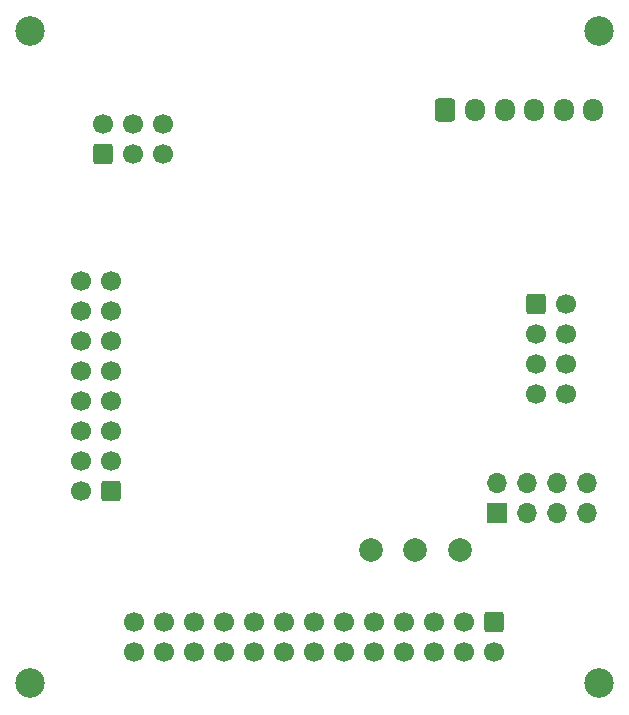
<source format=gbr>
%TF.GenerationSoftware,KiCad,Pcbnew,9.0.0*%
%TF.CreationDate,2025-03-07T07:18:05+07:00*%
%TF.ProjectId,MCU,4d43552e-6b69-4636-9164-5f7063625858,rev?*%
%TF.SameCoordinates,Original*%
%TF.FileFunction,Soldermask,Bot*%
%TF.FilePolarity,Negative*%
%FSLAX46Y46*%
G04 Gerber Fmt 4.6, Leading zero omitted, Abs format (unit mm)*
G04 Created by KiCad (PCBNEW 9.0.0) date 2025-03-07 07:18:05*
%MOMM*%
%LPD*%
G01*
G04 APERTURE LIST*
G04 Aperture macros list*
%AMRoundRect*
0 Rectangle with rounded corners*
0 $1 Rounding radius*
0 $2 $3 $4 $5 $6 $7 $8 $9 X,Y pos of 4 corners*
0 Add a 4 corners polygon primitive as box body*
4,1,4,$2,$3,$4,$5,$6,$7,$8,$9,$2,$3,0*
0 Add four circle primitives for the rounded corners*
1,1,$1+$1,$2,$3*
1,1,$1+$1,$4,$5*
1,1,$1+$1,$6,$7*
1,1,$1+$1,$8,$9*
0 Add four rect primitives between the rounded corners*
20,1,$1+$1,$2,$3,$4,$5,0*
20,1,$1+$1,$4,$5,$6,$7,0*
20,1,$1+$1,$6,$7,$8,$9,0*
20,1,$1+$1,$8,$9,$2,$3,0*%
G04 Aperture macros list end*
%ADD10RoundRect,0.250000X-0.600000X-0.600000X0.600000X-0.600000X0.600000X0.600000X-0.600000X0.600000X0*%
%ADD11C,1.700000*%
%ADD12C,2.500000*%
%ADD13RoundRect,0.250000X0.600000X0.600000X-0.600000X0.600000X-0.600000X-0.600000X0.600000X-0.600000X0*%
%ADD14R,1.700000X1.700000*%
%ADD15O,1.700000X1.700000*%
%ADD16RoundRect,0.250000X-0.600000X-0.725000X0.600000X-0.725000X0.600000X0.725000X-0.600000X0.725000X0*%
%ADD17O,1.700000X1.950000*%
%ADD18RoundRect,0.250000X-0.600000X0.600000X-0.600000X-0.600000X0.600000X-0.600000X0.600000X0.600000X0*%
%ADD19RoundRect,0.250000X0.600000X-0.600000X0.600000X0.600000X-0.600000X0.600000X-0.600000X-0.600000X0*%
%ADD20C,2.000000*%
G04 APERTURE END LIST*
D10*
%TO.C,J4*%
X146330000Y-85500000D03*
D11*
X148870000Y-85500000D03*
X146330000Y-88040000D03*
X148870000Y-88040000D03*
X146330000Y-90580000D03*
X148870000Y-90580000D03*
X146330000Y-93120000D03*
X148870000Y-93120000D03*
%TD*%
D12*
%TO.C,H2*%
X151700000Y-117600000D03*
%TD*%
%TO.C,H1*%
X103500000Y-117600000D03*
%TD*%
D13*
%TO.C,J7*%
X110360000Y-101350000D03*
D11*
X107820000Y-101350000D03*
X110360000Y-98810000D03*
X107820000Y-98810000D03*
X110360000Y-96270000D03*
X107820000Y-96270000D03*
X110360000Y-93730000D03*
X107820000Y-93730000D03*
X110360000Y-91190000D03*
X107820000Y-91190000D03*
X110360000Y-88650000D03*
X107820000Y-88650000D03*
X110360000Y-86110000D03*
X107820000Y-86110000D03*
X110360000Y-83570000D03*
X107820000Y-83570000D03*
%TD*%
D12*
%TO.C,H4*%
X103500000Y-62400000D03*
%TD*%
D14*
%TO.C,J1*%
X143025000Y-103215000D03*
D15*
X143025000Y-100675000D03*
X145565000Y-103215000D03*
X145565000Y-100675000D03*
X148105000Y-103215000D03*
X148105000Y-100675000D03*
X150645000Y-103215000D03*
X150645000Y-100675000D03*
%TD*%
D16*
%TO.C,J2*%
X138700000Y-69070000D03*
D17*
X141200000Y-69070000D03*
X143700000Y-69070000D03*
X146200000Y-69070000D03*
X148700000Y-69070000D03*
X151200000Y-69070000D03*
%TD*%
D18*
%TO.C,J5*%
X142840000Y-112400000D03*
D11*
X142840000Y-114940000D03*
X140300000Y-112400000D03*
X140300000Y-114940000D03*
X137760000Y-112400000D03*
X137760000Y-114940000D03*
X135220000Y-112400000D03*
X135220000Y-114940000D03*
X132680000Y-112400000D03*
X132680000Y-114940000D03*
X130140000Y-112400000D03*
X130140000Y-114940000D03*
X127600000Y-112400000D03*
X127600000Y-114940000D03*
X125060000Y-112400000D03*
X125060000Y-114940000D03*
X122520000Y-112400000D03*
X122520000Y-114940000D03*
X119980000Y-112400000D03*
X119980000Y-114940000D03*
X117440000Y-112400000D03*
X117440000Y-114940000D03*
X114900000Y-112400000D03*
X114900000Y-114940000D03*
X112360000Y-112400000D03*
X112360000Y-114940000D03*
%TD*%
D19*
%TO.C,J3*%
X109710000Y-72760000D03*
D11*
X109710000Y-70220000D03*
X112250000Y-72760000D03*
X112250000Y-70220000D03*
X114790000Y-72760000D03*
X114790000Y-70220000D03*
%TD*%
D20*
%TO.C,TP1*%
X139900000Y-106350000D03*
%TD*%
%TO.C,TP2*%
X136150000Y-106350000D03*
%TD*%
%TO.C,TP3*%
X132400000Y-106300000D03*
%TD*%
D12*
%TO.C,H3*%
X151695800Y-62400000D03*
%TD*%
M02*

</source>
